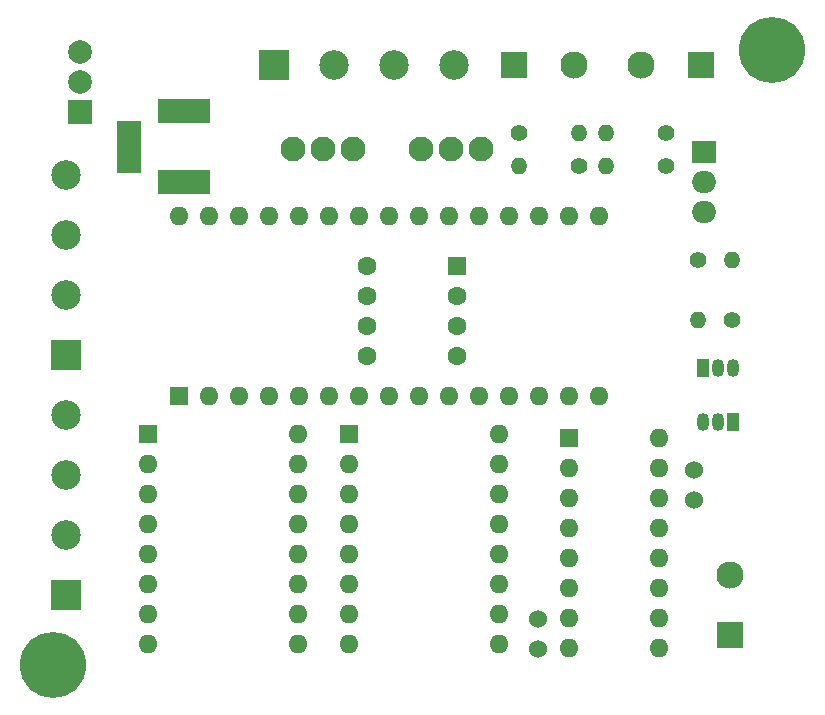
<source format=gbr>
%TF.GenerationSoftware,KiCad,Pcbnew,(5.1.9-0-10_14)*%
%TF.CreationDate,2021-04-17T23:10:34-04:00*%
%TF.ProjectId,BioreactorPCB,42696f72-6561-4637-946f-725043422e6b,rev?*%
%TF.SameCoordinates,Original*%
%TF.FileFunction,Soldermask,Bot*%
%TF.FilePolarity,Negative*%
%FSLAX46Y46*%
G04 Gerber Fmt 4.6, Leading zero omitted, Abs format (unit mm)*
G04 Created by KiCad (PCBNEW (5.1.9-0-10_14)) date 2021-04-17 23:10:34*
%MOMM*%
%LPD*%
G01*
G04 APERTURE LIST*
%ADD10O,1.600000X1.600000*%
%ADD11R,1.600000X1.600000*%
%ADD12C,5.600000*%
%ADD13C,2.010000*%
%ADD14R,2.010000X2.010000*%
%ADD15O,1.400000X1.400000*%
%ADD16C,1.400000*%
%ADD17R,1.050000X1.500000*%
%ADD18O,1.050000X1.500000*%
%ADD19C,1.600000*%
%ADD20O,2.000000X1.905000*%
%ADD21R,2.000000X1.905000*%
%ADD22C,2.500000*%
%ADD23R,2.500000X2.500000*%
%ADD24C,2.300000*%
%ADD25R,2.200000X2.200000*%
%ADD26R,4.500000X2.000000*%
%ADD27R,2.000000X4.500000*%
%ADD28C,2.100000*%
%ADD29C,1.524000*%
G04 APERTURE END LIST*
D10*
%TO.C,A2*%
X115860000Y-74460000D03*
X115860000Y-89700000D03*
X80300000Y-74460000D03*
X113320000Y-89700000D03*
X82840000Y-74460000D03*
X110780000Y-89700000D03*
X85380000Y-74460000D03*
X108240000Y-89700000D03*
X87920000Y-74460000D03*
X105700000Y-89700000D03*
X90460000Y-74460000D03*
X103160000Y-89700000D03*
X93000000Y-74460000D03*
X100620000Y-89700000D03*
X95540000Y-74460000D03*
X98080000Y-89700000D03*
X98080000Y-74460000D03*
X95540000Y-89700000D03*
X100620000Y-74460000D03*
X93000000Y-89700000D03*
X103160000Y-74460000D03*
X90460000Y-89700000D03*
X105700000Y-74460000D03*
X87920000Y-89700000D03*
X108240000Y-74460000D03*
X85380000Y-89700000D03*
X110780000Y-74460000D03*
X82840000Y-89700000D03*
X113320000Y-74460000D03*
D11*
X80300000Y-89700000D03*
%TD*%
D12*
%TO.C,REF\u002A\u002A*%
X69650000Y-112500000D03*
%TD*%
D13*
%TO.C,Q3*%
X71950000Y-60570000D03*
X71950000Y-63110000D03*
D14*
X71950000Y-65650000D03*
%TD*%
D12*
%TO.C,REF\u002A\u002A*%
X130550000Y-60450000D03*
%TD*%
D15*
%TO.C,R4*%
X116520000Y-67500000D03*
D16*
X121600000Y-67500000D03*
%TD*%
D15*
%TO.C,R3*%
X116520000Y-70300000D03*
D16*
X121600000Y-70300000D03*
%TD*%
D15*
%TO.C,R2*%
X109120000Y-70300000D03*
D16*
X114200000Y-70300000D03*
%TD*%
D15*
%TO.C,R1*%
X114230000Y-67500000D03*
D16*
X109150000Y-67500000D03*
%TD*%
D15*
%TO.C,R6*%
X124300000Y-83312000D03*
D16*
X124300000Y-78232000D03*
%TD*%
D15*
%TO.C,R5*%
X127200000Y-78220000D03*
D16*
X127200000Y-83300000D03*
%TD*%
D17*
%TO.C,U3*%
X124700000Y-87400000D03*
D18*
X127240000Y-87400000D03*
X125970000Y-87400000D03*
%TD*%
D10*
%TO.C,U2*%
X121020000Y-93300000D03*
X113400000Y-111080000D03*
X121020000Y-95840000D03*
X113400000Y-108540000D03*
X121020000Y-98380000D03*
X113400000Y-106000000D03*
X121020000Y-100920000D03*
X113400000Y-103460000D03*
X121020000Y-103460000D03*
X113400000Y-100920000D03*
X121020000Y-106000000D03*
X113400000Y-98380000D03*
X121020000Y-108540000D03*
X113400000Y-95840000D03*
X121020000Y-111080000D03*
D11*
X113400000Y-93300000D03*
%TD*%
D19*
%TO.C,U1*%
X96290000Y-78700000D03*
X96290000Y-81240000D03*
X96290000Y-83780000D03*
X96290000Y-86320000D03*
X103910000Y-86320000D03*
X103910000Y-83780000D03*
X103910000Y-81240000D03*
D11*
X103910000Y-78700000D03*
%TD*%
D20*
%TO.C,Q2*%
X124800000Y-74180000D03*
X124800000Y-71640000D03*
D21*
X124800000Y-69100000D03*
%TD*%
D17*
%TO.C,Q1*%
X127254000Y-91900000D03*
D18*
X124714000Y-91900000D03*
X125984000Y-91900000D03*
%TD*%
D22*
%TO.C,J9*%
X70770000Y-71030000D03*
X70770000Y-76110000D03*
X70770000Y-81190000D03*
D23*
X70770000Y-86270000D03*
%TD*%
D22*
%TO.C,J8*%
X103610000Y-61700000D03*
X98530000Y-61700000D03*
X93450000Y-61700000D03*
D23*
X88370000Y-61700000D03*
%TD*%
D22*
%TO.C,J7*%
X70770000Y-91360000D03*
X70770000Y-96440000D03*
X70770000Y-101520000D03*
D23*
X70770000Y-106600000D03*
%TD*%
D24*
%TO.C,J6*%
X119420000Y-61700000D03*
D25*
X124500000Y-61700000D03*
%TD*%
D24*
%TO.C,J5*%
X113780000Y-61700000D03*
D25*
X108700000Y-61700000D03*
%TD*%
D26*
%TO.C,J4*%
X80770000Y-65640000D03*
X80770000Y-71640000D03*
D27*
X76070000Y-68640000D03*
%TD*%
D24*
%TO.C,J3*%
X127000000Y-104902000D03*
D25*
X127000000Y-109982000D03*
%TD*%
D28*
%TO.C,J2*%
X95090000Y-68850000D03*
X92550000Y-68850000D03*
X90010000Y-68850000D03*
%TD*%
%TO.C,J1*%
X105930000Y-68850000D03*
X103390000Y-68850000D03*
X100850000Y-68850000D03*
%TD*%
D29*
%TO.C,C2*%
X110700000Y-111140000D03*
X110700000Y-108600000D03*
%TD*%
%TO.C,C1*%
X123952000Y-98540000D03*
X123952000Y-96000000D03*
%TD*%
D10*
%TO.C,A3*%
X90450000Y-92950000D03*
X77750000Y-110730000D03*
X90450000Y-95490000D03*
X77750000Y-108190000D03*
X90450000Y-98030000D03*
X77750000Y-105650000D03*
X90450000Y-100570000D03*
X77750000Y-103110000D03*
X90450000Y-103110000D03*
X77750000Y-100570000D03*
X90450000Y-105650000D03*
X77750000Y-98030000D03*
X90450000Y-108190000D03*
X77750000Y-95490000D03*
X90450000Y-110730000D03*
D11*
X77750000Y-92950000D03*
%TD*%
D10*
%TO.C,A1*%
X107450000Y-92950000D03*
X94750000Y-110730000D03*
X107450000Y-95490000D03*
X94750000Y-108190000D03*
X107450000Y-98030000D03*
X94750000Y-105650000D03*
X107450000Y-100570000D03*
X94750000Y-103110000D03*
X107450000Y-103110000D03*
X94750000Y-100570000D03*
X107450000Y-105650000D03*
X94750000Y-98030000D03*
X107450000Y-108190000D03*
X94750000Y-95490000D03*
X107450000Y-110730000D03*
D11*
X94750000Y-92950000D03*
%TD*%
M02*

</source>
